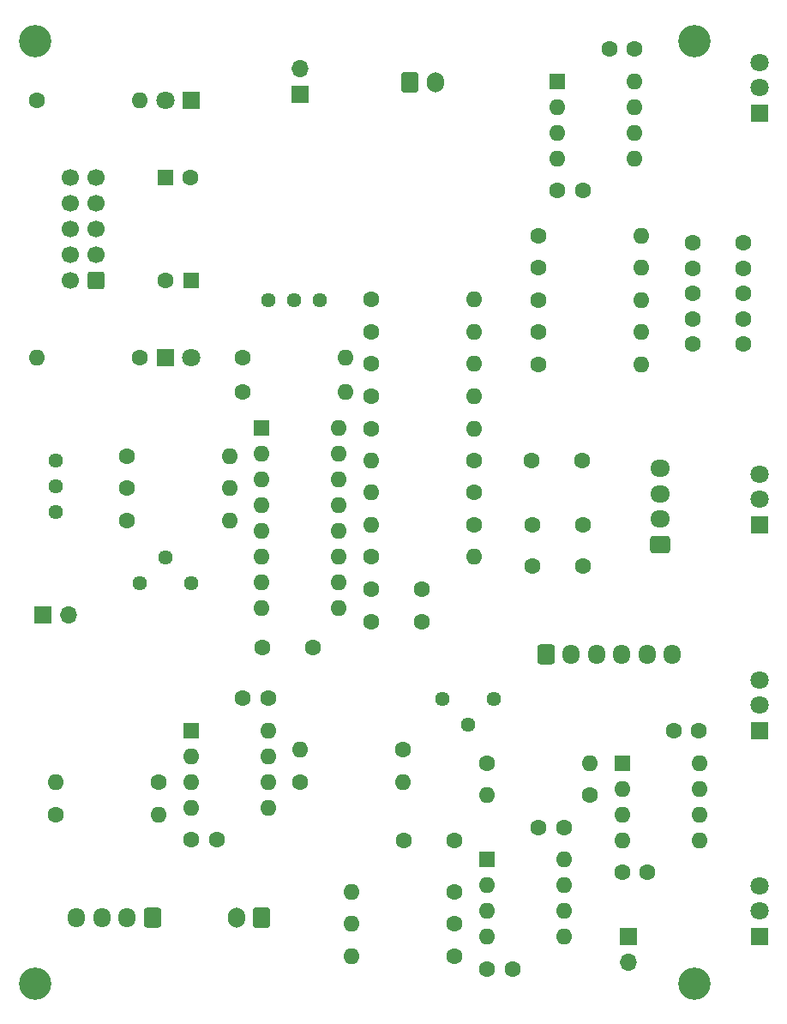
<source format=gbs>
G04 #@! TF.GenerationSoftware,KiCad,Pcbnew,(6.0.11)*
G04 #@! TF.CreationDate,2023-07-27T19:06:46+09:00*
G04 #@! TF.ProjectId,3340VCO,33333430-5643-44f2-9e6b-696361645f70,1.0*
G04 #@! TF.SameCoordinates,Original*
G04 #@! TF.FileFunction,Soldermask,Bot*
G04 #@! TF.FilePolarity,Negative*
%FSLAX46Y46*%
G04 Gerber Fmt 4.6, Leading zero omitted, Abs format (unit mm)*
G04 Created by KiCad (PCBNEW (6.0.11)) date 2023-07-27 19:06:46*
%MOMM*%
%LPD*%
G01*
G04 APERTURE LIST*
G04 Aperture macros list*
%AMRoundRect*
0 Rectangle with rounded corners*
0 $1 Rounding radius*
0 $2 $3 $4 $5 $6 $7 $8 $9 X,Y pos of 4 corners*
0 Add a 4 corners polygon primitive as box body*
4,1,4,$2,$3,$4,$5,$6,$7,$8,$9,$2,$3,0*
0 Add four circle primitives for the rounded corners*
1,1,$1+$1,$2,$3*
1,1,$1+$1,$4,$5*
1,1,$1+$1,$6,$7*
1,1,$1+$1,$8,$9*
0 Add four rect primitives between the rounded corners*
20,1,$1+$1,$2,$3,$4,$5,0*
20,1,$1+$1,$4,$5,$6,$7,0*
20,1,$1+$1,$6,$7,$8,$9,0*
20,1,$1+$1,$8,$9,$2,$3,0*%
G04 Aperture macros list end*
%ADD10C,1.600000*%
%ADD11O,1.600000X1.600000*%
%ADD12C,3.200000*%
%ADD13R,1.600000X1.600000*%
%ADD14R,1.700000X1.700000*%
%ADD15O,1.700000X1.700000*%
%ADD16R,1.800000X1.800000*%
%ADD17C,1.800000*%
%ADD18C,1.440000*%
%ADD19RoundRect,0.250000X-0.600000X-0.750000X0.600000X-0.750000X0.600000X0.750000X-0.600000X0.750000X0*%
%ADD20O,1.700000X2.000000*%
%ADD21RoundRect,0.250000X-0.600000X-0.725000X0.600000X-0.725000X0.600000X0.725000X-0.600000X0.725000X0*%
%ADD22O,1.700000X1.950000*%
%ADD23RoundRect,0.250000X0.725000X-0.600000X0.725000X0.600000X-0.725000X0.600000X-0.725000X-0.600000X0*%
%ADD24O,1.950000X1.700000*%
%ADD25RoundRect,0.250000X0.600000X0.750000X-0.600000X0.750000X-0.600000X-0.750000X0.600000X-0.750000X0*%
%ADD26RoundRect,0.250000X0.600000X0.725000X-0.600000X0.725000X-0.600000X-0.725000X0.600000X-0.725000X0*%
%ADD27RoundRect,0.250000X0.600000X0.600000X-0.600000X0.600000X-0.600000X-0.600000X0.600000X-0.600000X0*%
%ADD28C,1.700000*%
G04 APERTURE END LIST*
D10*
X153702523Y-105033323D03*
X158702523Y-105033323D03*
X154305000Y-72390000D03*
D11*
X164465000Y-72390000D03*
D10*
X169582500Y-83105000D03*
X169582500Y-80605000D03*
X169582500Y-78105000D03*
X169582500Y-75605000D03*
X169582500Y-73105000D03*
X174582500Y-83105000D03*
X174582500Y-80605000D03*
X174582500Y-78105000D03*
X174582500Y-75605000D03*
X174582500Y-73105000D03*
X146050000Y-143510000D03*
D11*
X135890000Y-143510000D03*
D12*
X169705000Y-146225000D03*
D13*
X156220000Y-57160000D03*
D11*
X156220000Y-59700000D03*
X156220000Y-62240000D03*
X156220000Y-64780000D03*
X163840000Y-64780000D03*
X163840000Y-62240000D03*
X163840000Y-59700000D03*
X163840000Y-57160000D03*
D14*
X130810000Y-58420000D03*
D15*
X130810000Y-55880000D03*
D10*
X141010000Y-132080000D03*
X146010000Y-132080000D03*
X154305000Y-75565000D03*
D11*
X164465000Y-75565000D03*
D16*
X176130000Y-121245000D03*
D17*
X176130000Y-118745000D03*
X176130000Y-116245000D03*
D16*
X120015000Y-59055000D03*
D17*
X117475000Y-59055000D03*
D10*
X127040000Y-113030000D03*
X132040000Y-113030000D03*
X137805000Y-85080000D03*
D11*
X147965000Y-85080000D03*
D10*
X125095000Y-84455000D03*
D11*
X135255000Y-84455000D03*
D10*
X137795000Y-104130000D03*
D11*
X147955000Y-104130000D03*
D10*
X154305000Y-78740000D03*
D11*
X164465000Y-78740000D03*
D13*
X149235000Y-134005000D03*
D11*
X149235000Y-136545000D03*
X149235000Y-139085000D03*
X149235000Y-141625000D03*
X156855000Y-141625000D03*
X156855000Y-139085000D03*
X156855000Y-136545000D03*
X156855000Y-134005000D03*
D13*
X117475000Y-66675000D03*
D10*
X119975000Y-66675000D03*
D18*
X132725000Y-78740000D03*
X130185000Y-78740000D03*
X127645000Y-78740000D03*
D12*
X169705000Y-53165000D03*
D19*
X141625000Y-57260000D03*
D20*
X144125000Y-57260000D03*
D10*
X159405000Y-127645000D03*
D11*
X149245000Y-127645000D03*
D12*
X104600000Y-146225000D03*
D16*
X176130000Y-100925000D03*
D17*
X176130000Y-98425000D03*
X176130000Y-95925000D03*
D10*
X154305000Y-85090000D03*
D11*
X164465000Y-85090000D03*
D10*
X165100000Y-135255000D03*
X162600000Y-135255000D03*
X146050000Y-137160000D03*
D11*
X135890000Y-137160000D03*
D21*
X155040000Y-113775000D03*
D22*
X157540000Y-113775000D03*
X160040000Y-113775000D03*
X162540000Y-113775000D03*
X165040000Y-113775000D03*
X167540000Y-113775000D03*
D10*
X153670000Y-94615000D03*
X158670000Y-94615000D03*
X104775000Y-59055000D03*
D11*
X114935000Y-59055000D03*
D10*
X137805000Y-81905000D03*
D11*
X147965000Y-81905000D03*
D10*
X137795000Y-91440000D03*
D11*
X147955000Y-91440000D03*
D10*
X142835000Y-110490000D03*
X137835000Y-110490000D03*
X137805000Y-88255000D03*
D11*
X147965000Y-88255000D03*
D10*
X113665000Y-94180000D03*
D11*
X123825000Y-94180000D03*
D10*
X158710000Y-67935000D03*
X156210000Y-67935000D03*
D14*
X105410000Y-109855000D03*
D15*
X107950000Y-109855000D03*
D10*
X140980000Y-123180000D03*
D11*
X130820000Y-123180000D03*
D16*
X176130000Y-60285000D03*
D17*
X176130000Y-57785000D03*
X176130000Y-55285000D03*
D10*
X149245000Y-124470000D03*
D11*
X159405000Y-124470000D03*
D16*
X117475000Y-84455000D03*
D17*
X120015000Y-84455000D03*
D10*
X127625000Y-118100000D03*
X125125000Y-118100000D03*
X142835000Y-107315000D03*
X137835000Y-107315000D03*
D14*
X163195000Y-141605000D03*
D15*
X163195000Y-144145000D03*
D18*
X106680000Y-94615000D03*
X106680000Y-97155000D03*
X106680000Y-99695000D03*
D16*
X176130000Y-141565000D03*
D17*
X176130000Y-139065000D03*
X176130000Y-136565000D03*
D23*
X166370000Y-102870000D03*
D24*
X166370000Y-100370000D03*
X166370000Y-97870000D03*
X166370000Y-95370000D03*
D10*
X125095000Y-87830000D03*
D11*
X135255000Y-87830000D03*
D10*
X154305000Y-81915000D03*
D11*
X164465000Y-81915000D03*
D25*
X126980000Y-139700000D03*
D20*
X124480000Y-139700000D03*
D10*
X163830000Y-53965000D03*
X161330000Y-53965000D03*
X114935000Y-84455000D03*
D11*
X104775000Y-84455000D03*
D18*
X149900000Y-118110000D03*
X147360000Y-120650000D03*
X144820000Y-118110000D03*
D10*
X122555000Y-132070000D03*
X120055000Y-132070000D03*
D13*
X127000000Y-91430000D03*
D11*
X127000000Y-93970000D03*
X127000000Y-96510000D03*
X127000000Y-99050000D03*
X127000000Y-101590000D03*
X127000000Y-104130000D03*
X127000000Y-106670000D03*
X127000000Y-109210000D03*
X134620000Y-109210000D03*
X134620000Y-106670000D03*
X134620000Y-104130000D03*
X134620000Y-101590000D03*
X134620000Y-99050000D03*
X134620000Y-96510000D03*
X134620000Y-93970000D03*
X134620000Y-91430000D03*
D18*
X114935000Y-106680000D03*
X117475000Y-104140000D03*
X120015000Y-106680000D03*
D10*
X147955000Y-100955000D03*
D11*
X137795000Y-100955000D03*
D10*
X146050000Y-140335000D03*
D11*
X135890000Y-140335000D03*
D10*
X130820000Y-126355000D03*
D11*
X140980000Y-126355000D03*
D12*
X104600000Y-53165000D03*
D13*
X120025000Y-121295000D03*
D11*
X120025000Y-123835000D03*
X120025000Y-126375000D03*
X120025000Y-128915000D03*
X127645000Y-128915000D03*
X127645000Y-126375000D03*
X127645000Y-123835000D03*
X127645000Y-121295000D03*
D10*
X147955000Y-97780000D03*
D11*
X137795000Y-97780000D03*
D10*
X147955000Y-94615000D03*
D11*
X137795000Y-94615000D03*
D10*
X116850000Y-126365000D03*
D11*
X106690000Y-126365000D03*
D26*
X116205000Y-139700000D03*
D22*
X113705000Y-139700000D03*
X111205000Y-139700000D03*
X108705000Y-139700000D03*
D27*
X110607500Y-76835000D03*
D28*
X108067500Y-76835000D03*
X110607500Y-74295000D03*
X108067500Y-74295000D03*
X110607500Y-71755000D03*
X108067500Y-71755000D03*
X110607500Y-69215000D03*
X108067500Y-69215000D03*
X110607500Y-66675000D03*
X108067500Y-66675000D03*
D10*
X113665000Y-100530000D03*
D11*
X123825000Y-100530000D03*
D13*
X120015000Y-76835000D03*
D10*
X117515000Y-76835000D03*
X137805000Y-78730000D03*
D11*
X147965000Y-78730000D03*
D10*
X158710000Y-100965000D03*
X153710000Y-100965000D03*
X151765000Y-144780000D03*
X149265000Y-144780000D03*
X170180000Y-121285000D03*
X167680000Y-121285000D03*
X156825000Y-130810000D03*
X154325000Y-130810000D03*
X106690000Y-129540000D03*
D11*
X116850000Y-129540000D03*
D13*
X162590000Y-124480000D03*
D11*
X162590000Y-127020000D03*
X162590000Y-129560000D03*
X162590000Y-132100000D03*
X170210000Y-132100000D03*
X170210000Y-129560000D03*
X170210000Y-127020000D03*
X170210000Y-124480000D03*
D10*
X113665000Y-97345000D03*
D11*
X123825000Y-97345000D03*
M02*

</source>
